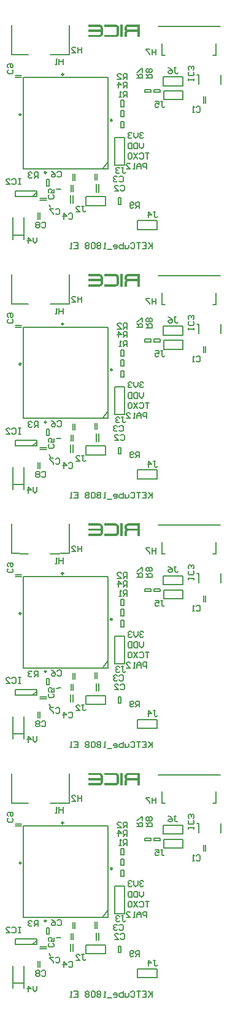
<source format=gbr>
G04*
G04 #@! TF.GenerationSoftware,Altium Limited,Altium Designer,18.1.7 (191)*
G04*
G04 Layer_Color=32896*
%FSLAX25Y25*%
%MOIN*%
G70*
G01*
G75*
%ADD16C,0.00787*%
%ADD17C,0.00800*%
%ADD51C,0.00591*%
%ADD85C,0.00984*%
%ADD86C,0.00500*%
G36*
X91100Y532252D02*
X89809D01*
Y537890D01*
X84712D01*
X84586Y537878D01*
X84482Y537867D01*
X84378Y537832D01*
X84297Y537786D01*
X84228Y537740D01*
X84171Y537694D01*
X84090Y537579D01*
X84032Y537452D01*
X84009Y537360D01*
X83997Y537279D01*
Y537267D01*
Y537256D01*
Y536898D01*
X84009Y536795D01*
X84032Y536714D01*
X84067Y536633D01*
X84113Y536564D01*
X84228Y536460D01*
X84355Y536391D01*
X84482Y536356D01*
X84597Y536333D01*
X84643Y536322D01*
X89417D01*
Y535054D01*
X84712D01*
X84609Y535042D01*
X84516Y535031D01*
X84424Y535007D01*
X84355Y534984D01*
X84297Y534950D01*
X84251Y534927D01*
X84228Y534915D01*
X84217Y534904D01*
X84147Y534846D01*
X84090Y534777D01*
X84055Y534708D01*
X84021Y534639D01*
X84009Y534569D01*
X83997Y534523D01*
Y534489D01*
Y534477D01*
Y532252D01*
X82695D01*
Y534477D01*
Y534604D01*
X82718Y534719D01*
X82775Y534950D01*
X82856Y535157D01*
X82948Y535330D01*
X83052Y535480D01*
X83133Y535596D01*
X83190Y535665D01*
X83202Y535676D01*
X83214Y535688D01*
X83121Y535791D01*
X83040Y535895D01*
X82914Y536103D01*
X82822Y536299D01*
X82764Y536495D01*
X82718Y536656D01*
X82706Y536783D01*
X82695Y536829D01*
Y536864D01*
Y536887D01*
Y536898D01*
Y537256D01*
X82706Y537406D01*
X82718Y537544D01*
X82787Y537809D01*
X82879Y538040D01*
X82983Y538236D01*
X83098Y538386D01*
X83190Y538501D01*
X83260Y538570D01*
X83271Y538593D01*
X83283D01*
X83398Y538686D01*
X83513Y538766D01*
X83755Y538905D01*
X83997Y538997D01*
X84217Y539054D01*
X84413Y539101D01*
X84493Y539112D01*
X84574D01*
X84632Y539124D01*
X91100D01*
Y532252D01*
D02*
G37*
G36*
X81761D02*
X80458D01*
Y539124D01*
X81761D01*
Y532252D01*
D02*
G37*
G36*
X77794Y539112D02*
X77933Y539101D01*
X78198Y539043D01*
X78429Y538951D01*
X78636Y538847D01*
X78809Y538743D01*
X78878Y538697D01*
X78936Y538662D01*
X78982Y538616D01*
X79017Y538593D01*
X79028Y538582D01*
X79040Y538570D01*
X79143Y538466D01*
X79236Y538363D01*
X79328Y538247D01*
X79397Y538144D01*
X79501Y537924D01*
X79570Y537717D01*
X79616Y537533D01*
X79628Y537463D01*
X79639Y537394D01*
X79651Y537336D01*
Y537302D01*
Y537279D01*
Y537267D01*
Y534097D01*
X79639Y533947D01*
X79628Y533808D01*
X79558Y533555D01*
X79466Y533324D01*
X79351Y533128D01*
X79247Y532978D01*
X79155Y532863D01*
X79086Y532794D01*
X79074Y532782D01*
X79063Y532771D01*
X78947Y532678D01*
X78832Y532598D01*
X78590Y532471D01*
X78359Y532379D01*
X78129Y532321D01*
X77933Y532275D01*
X77852Y532263D01*
X77783D01*
X77725Y532252D01*
X71591D01*
Y533497D01*
X77644D01*
X77771Y533508D01*
X77875Y533520D01*
X77967Y533555D01*
X78048Y533589D01*
X78117Y533635D01*
X78175Y533693D01*
X78256Y533808D01*
X78313Y533912D01*
X78336Y534016D01*
X78348Y534085D01*
Y534097D01*
Y534108D01*
Y537256D01*
X78336Y537348D01*
X78313Y537429D01*
X78279Y537509D01*
X78233Y537567D01*
X78198Y537625D01*
X78163Y537659D01*
X78140Y537682D01*
X78129Y537694D01*
X78048Y537763D01*
X77956Y537809D01*
X77875Y537844D01*
X77806Y537867D01*
X77737Y537878D01*
X77691Y537890D01*
X71591D01*
Y539124D01*
X77644D01*
X77794Y539112D01*
D02*
G37*
G36*
X69043D02*
X69182Y539101D01*
X69447Y539043D01*
X69677Y538951D01*
X69885Y538847D01*
X70058Y538743D01*
X70127Y538697D01*
X70185Y538662D01*
X70231Y538616D01*
X70265Y538593D01*
X70277Y538582D01*
X70288Y538570D01*
X70392Y538466D01*
X70484Y538363D01*
X70577Y538247D01*
X70646Y538144D01*
X70749Y537924D01*
X70819Y537717D01*
X70865Y537533D01*
X70876Y537463D01*
X70888Y537394D01*
X70899Y537336D01*
Y537302D01*
Y537279D01*
Y537267D01*
Y534097D01*
X70888Y533947D01*
X70876Y533808D01*
X70807Y533555D01*
X70715Y533324D01*
X70600Y533128D01*
X70496Y532978D01*
X70404Y532863D01*
X70335Y532794D01*
X70323Y532782D01*
X70311Y532771D01*
X70196Y532678D01*
X70081Y532598D01*
X69839Y532471D01*
X69608Y532379D01*
X69377Y532321D01*
X69182Y532275D01*
X69101Y532263D01*
X69032D01*
X68974Y532252D01*
X62840D01*
Y533497D01*
X68893D01*
X69020Y533508D01*
X69124Y533520D01*
X69216Y533555D01*
X69297Y533589D01*
X69366Y533635D01*
X69424Y533693D01*
X69504Y533808D01*
X69562Y533912D01*
X69585Y534016D01*
X69597Y534085D01*
Y534097D01*
Y534108D01*
Y535054D01*
X62840D01*
Y536322D01*
X69597D01*
Y537267D01*
X69585Y537360D01*
X69562Y537440D01*
X69481Y537567D01*
X69447Y537625D01*
X69412Y537659D01*
X69389Y537682D01*
X69377Y537694D01*
X69297Y537763D01*
X69204Y537809D01*
X69124Y537844D01*
X69055Y537867D01*
X68985Y537878D01*
X68939Y537890D01*
X62840D01*
Y539124D01*
X68893D01*
X69043Y539112D01*
D02*
G37*
G36*
X91100Y396838D02*
X89809D01*
Y402477D01*
X84712D01*
X84586Y402465D01*
X84482Y402454D01*
X84378Y402419D01*
X84297Y402373D01*
X84228Y402327D01*
X84171Y402281D01*
X84090Y402165D01*
X84032Y402038D01*
X84009Y401946D01*
X83997Y401865D01*
Y401854D01*
Y401842D01*
Y401485D01*
X84009Y401381D01*
X84032Y401300D01*
X84067Y401220D01*
X84113Y401151D01*
X84228Y401047D01*
X84355Y400978D01*
X84482Y400943D01*
X84597Y400920D01*
X84643Y400908D01*
X89417D01*
Y399640D01*
X84712D01*
X84609Y399629D01*
X84516Y399617D01*
X84424Y399594D01*
X84355Y399571D01*
X84297Y399536D01*
X84251Y399513D01*
X84228Y399502D01*
X84217Y399490D01*
X84147Y399433D01*
X84090Y399363D01*
X84055Y399294D01*
X84021Y399225D01*
X84009Y399156D01*
X83997Y399110D01*
Y399075D01*
Y399064D01*
Y396838D01*
X82695D01*
Y399064D01*
Y399190D01*
X82718Y399306D01*
X82775Y399536D01*
X82856Y399744D01*
X82948Y399917D01*
X83052Y400067D01*
X83133Y400182D01*
X83190Y400251D01*
X83202Y400263D01*
X83214Y400274D01*
X83121Y400378D01*
X83040Y400482D01*
X82914Y400689D01*
X82822Y400885D01*
X82764Y401081D01*
X82718Y401243D01*
X82706Y401370D01*
X82695Y401416D01*
Y401450D01*
Y401473D01*
Y401485D01*
Y401842D01*
X82706Y401992D01*
X82718Y402131D01*
X82787Y402396D01*
X82879Y402626D01*
X82983Y402822D01*
X83098Y402972D01*
X83190Y403088D01*
X83260Y403157D01*
X83271Y403180D01*
X83283D01*
X83398Y403272D01*
X83513Y403353D01*
X83755Y403491D01*
X83997Y403583D01*
X84217Y403641D01*
X84413Y403687D01*
X84493Y403699D01*
X84574D01*
X84632Y403710D01*
X91100D01*
Y396838D01*
D02*
G37*
G36*
X81761D02*
X80458D01*
Y403710D01*
X81761D01*
Y396838D01*
D02*
G37*
G36*
X77794Y403699D02*
X77933Y403687D01*
X78198Y403629D01*
X78429Y403537D01*
X78636Y403434D01*
X78809Y403330D01*
X78878Y403284D01*
X78936Y403249D01*
X78982Y403203D01*
X79017Y403180D01*
X79028Y403168D01*
X79040Y403157D01*
X79143Y403053D01*
X79236Y402949D01*
X79328Y402834D01*
X79397Y402730D01*
X79501Y402511D01*
X79570Y402304D01*
X79616Y402119D01*
X79628Y402050D01*
X79639Y401981D01*
X79651Y401923D01*
Y401889D01*
Y401865D01*
Y401854D01*
Y398683D01*
X79639Y398533D01*
X79628Y398395D01*
X79558Y398141D01*
X79466Y397911D01*
X79351Y397715D01*
X79247Y397565D01*
X79155Y397449D01*
X79086Y397380D01*
X79074Y397369D01*
X79063Y397357D01*
X78947Y397265D01*
X78832Y397184D01*
X78590Y397057D01*
X78359Y396965D01*
X78129Y396907D01*
X77933Y396861D01*
X77852Y396850D01*
X77783D01*
X77725Y396838D01*
X71591D01*
Y398084D01*
X77644D01*
X77771Y398095D01*
X77875Y398107D01*
X77967Y398141D01*
X78048Y398176D01*
X78117Y398222D01*
X78175Y398280D01*
X78256Y398395D01*
X78313Y398499D01*
X78336Y398602D01*
X78348Y398672D01*
Y398683D01*
Y398695D01*
Y401842D01*
X78336Y401935D01*
X78313Y402015D01*
X78279Y402096D01*
X78233Y402154D01*
X78198Y402211D01*
X78163Y402246D01*
X78140Y402269D01*
X78129Y402281D01*
X78048Y402350D01*
X77956Y402396D01*
X77875Y402430D01*
X77806Y402454D01*
X77737Y402465D01*
X77691Y402477D01*
X71591D01*
Y403710D01*
X77644D01*
X77794Y403699D01*
D02*
G37*
G36*
X69043D02*
X69182Y403687D01*
X69447Y403629D01*
X69677Y403537D01*
X69885Y403434D01*
X70058Y403330D01*
X70127Y403284D01*
X70185Y403249D01*
X70231Y403203D01*
X70265Y403180D01*
X70277Y403168D01*
X70288Y403157D01*
X70392Y403053D01*
X70484Y402949D01*
X70577Y402834D01*
X70646Y402730D01*
X70749Y402511D01*
X70819Y402304D01*
X70865Y402119D01*
X70876Y402050D01*
X70888Y401981D01*
X70899Y401923D01*
Y401889D01*
Y401865D01*
Y401854D01*
Y398683D01*
X70888Y398533D01*
X70876Y398395D01*
X70807Y398141D01*
X70715Y397911D01*
X70600Y397715D01*
X70496Y397565D01*
X70404Y397449D01*
X70335Y397380D01*
X70323Y397369D01*
X70311Y397357D01*
X70196Y397265D01*
X70081Y397184D01*
X69839Y397057D01*
X69608Y396965D01*
X69377Y396907D01*
X69182Y396861D01*
X69101Y396850D01*
X69032D01*
X68974Y396838D01*
X62840D01*
Y398084D01*
X68893D01*
X69020Y398095D01*
X69124Y398107D01*
X69216Y398141D01*
X69297Y398176D01*
X69366Y398222D01*
X69424Y398280D01*
X69504Y398395D01*
X69562Y398499D01*
X69585Y398602D01*
X69597Y398672D01*
Y398683D01*
Y398695D01*
Y399640D01*
X62840D01*
Y400908D01*
X69597D01*
Y401854D01*
X69585Y401946D01*
X69562Y402027D01*
X69481Y402154D01*
X69447Y402211D01*
X69412Y402246D01*
X69389Y402269D01*
X69377Y402281D01*
X69297Y402350D01*
X69204Y402396D01*
X69124Y402430D01*
X69055Y402454D01*
X68985Y402465D01*
X68939Y402477D01*
X62840D01*
Y403710D01*
X68893D01*
X69043Y403699D01*
D02*
G37*
G36*
X91100Y261425D02*
X89809D01*
Y267063D01*
X84712D01*
X84586Y267052D01*
X84482Y267040D01*
X84378Y267005D01*
X84297Y266959D01*
X84228Y266913D01*
X84171Y266867D01*
X84090Y266752D01*
X84032Y266625D01*
X84009Y266533D01*
X83997Y266452D01*
Y266441D01*
Y266429D01*
Y266072D01*
X84009Y265968D01*
X84032Y265887D01*
X84067Y265806D01*
X84113Y265737D01*
X84228Y265633D01*
X84355Y265564D01*
X84482Y265530D01*
X84597Y265507D01*
X84643Y265495D01*
X89417D01*
Y264227D01*
X84712D01*
X84609Y264215D01*
X84516Y264204D01*
X84424Y264181D01*
X84355Y264158D01*
X84297Y264123D01*
X84251Y264100D01*
X84228Y264088D01*
X84217Y264077D01*
X84147Y264019D01*
X84090Y263950D01*
X84055Y263881D01*
X84021Y263812D01*
X84009Y263742D01*
X83997Y263696D01*
Y263662D01*
Y263650D01*
Y261425D01*
X82695D01*
Y263650D01*
Y263777D01*
X82718Y263892D01*
X82775Y264123D01*
X82856Y264331D01*
X82948Y264504D01*
X83052Y264653D01*
X83133Y264769D01*
X83190Y264838D01*
X83202Y264849D01*
X83214Y264861D01*
X83121Y264965D01*
X83040Y265068D01*
X82914Y265276D01*
X82822Y265472D01*
X82764Y265668D01*
X82718Y265829D01*
X82706Y265956D01*
X82695Y266002D01*
Y266037D01*
Y266060D01*
Y266072D01*
Y266429D01*
X82706Y266579D01*
X82718Y266717D01*
X82787Y266982D01*
X82879Y267213D01*
X82983Y267409D01*
X83098Y267559D01*
X83190Y267674D01*
X83260Y267743D01*
X83271Y267766D01*
X83283D01*
X83398Y267859D01*
X83513Y267939D01*
X83755Y268078D01*
X83997Y268170D01*
X84217Y268228D01*
X84413Y268274D01*
X84493Y268285D01*
X84574D01*
X84632Y268297D01*
X91100D01*
Y261425D01*
D02*
G37*
G36*
X81761D02*
X80458D01*
Y268297D01*
X81761D01*
Y261425D01*
D02*
G37*
G36*
X77794Y268285D02*
X77933Y268274D01*
X78198Y268216D01*
X78429Y268124D01*
X78636Y268020D01*
X78809Y267916D01*
X78878Y267870D01*
X78936Y267836D01*
X78982Y267790D01*
X79017Y267766D01*
X79028Y267755D01*
X79040Y267743D01*
X79143Y267640D01*
X79236Y267536D01*
X79328Y267421D01*
X79397Y267317D01*
X79501Y267098D01*
X79570Y266890D01*
X79616Y266706D01*
X79628Y266636D01*
X79639Y266567D01*
X79651Y266510D01*
Y266475D01*
Y266452D01*
Y266441D01*
Y263270D01*
X79639Y263120D01*
X79628Y262982D01*
X79558Y262728D01*
X79466Y262497D01*
X79351Y262301D01*
X79247Y262151D01*
X79155Y262036D01*
X79086Y261967D01*
X79074Y261955D01*
X79063Y261944D01*
X78947Y261852D01*
X78832Y261771D01*
X78590Y261644D01*
X78359Y261552D01*
X78129Y261494D01*
X77933Y261448D01*
X77852Y261437D01*
X77783D01*
X77725Y261425D01*
X71591D01*
Y262670D01*
X77644D01*
X77771Y262682D01*
X77875Y262693D01*
X77967Y262728D01*
X78048Y262762D01*
X78117Y262809D01*
X78175Y262866D01*
X78256Y262982D01*
X78313Y263085D01*
X78336Y263189D01*
X78348Y263258D01*
Y263270D01*
Y263281D01*
Y266429D01*
X78336Y266521D01*
X78313Y266602D01*
X78279Y266683D01*
X78233Y266740D01*
X78198Y266798D01*
X78163Y266832D01*
X78140Y266856D01*
X78129Y266867D01*
X78048Y266936D01*
X77956Y266982D01*
X77875Y267017D01*
X77806Y267040D01*
X77737Y267052D01*
X77691Y267063D01*
X71591D01*
Y268297D01*
X77644D01*
X77794Y268285D01*
D02*
G37*
G36*
X69043D02*
X69182Y268274D01*
X69447Y268216D01*
X69677Y268124D01*
X69885Y268020D01*
X70058Y267916D01*
X70127Y267870D01*
X70185Y267836D01*
X70231Y267790D01*
X70265Y267766D01*
X70277Y267755D01*
X70288Y267743D01*
X70392Y267640D01*
X70484Y267536D01*
X70577Y267421D01*
X70646Y267317D01*
X70749Y267098D01*
X70819Y266890D01*
X70865Y266706D01*
X70876Y266636D01*
X70888Y266567D01*
X70899Y266510D01*
Y266475D01*
Y266452D01*
Y266441D01*
Y263270D01*
X70888Y263120D01*
X70876Y262982D01*
X70807Y262728D01*
X70715Y262497D01*
X70600Y262301D01*
X70496Y262151D01*
X70404Y262036D01*
X70335Y261967D01*
X70323Y261955D01*
X70311Y261944D01*
X70196Y261852D01*
X70081Y261771D01*
X69839Y261644D01*
X69608Y261552D01*
X69377Y261494D01*
X69182Y261448D01*
X69101Y261437D01*
X69032D01*
X68974Y261425D01*
X62840D01*
Y262670D01*
X68893D01*
X69020Y262682D01*
X69124Y262693D01*
X69216Y262728D01*
X69297Y262762D01*
X69366Y262809D01*
X69424Y262866D01*
X69504Y262982D01*
X69562Y263085D01*
X69585Y263189D01*
X69597Y263258D01*
Y263270D01*
Y263281D01*
Y264227D01*
X62840D01*
Y265495D01*
X69597D01*
Y266441D01*
X69585Y266533D01*
X69562Y266614D01*
X69481Y266740D01*
X69447Y266798D01*
X69412Y266832D01*
X69389Y266856D01*
X69377Y266867D01*
X69297Y266936D01*
X69204Y266982D01*
X69124Y267017D01*
X69055Y267040D01*
X68985Y267052D01*
X68939Y267063D01*
X62840D01*
Y268297D01*
X68893D01*
X69043Y268285D01*
D02*
G37*
G36*
X91100Y126012D02*
X89809D01*
Y131650D01*
X84712D01*
X84586Y131638D01*
X84482Y131627D01*
X84378Y131592D01*
X84297Y131546D01*
X84228Y131500D01*
X84171Y131454D01*
X84090Y131338D01*
X84032Y131212D01*
X84009Y131119D01*
X83997Y131039D01*
Y131027D01*
Y131016D01*
Y130658D01*
X84009Y130554D01*
X84032Y130474D01*
X84067Y130393D01*
X84113Y130324D01*
X84228Y130220D01*
X84355Y130151D01*
X84482Y130116D01*
X84597Y130093D01*
X84643Y130082D01*
X89417D01*
Y128813D01*
X84712D01*
X84609Y128802D01*
X84516Y128790D01*
X84424Y128767D01*
X84355Y128744D01*
X84297Y128710D01*
X84251Y128686D01*
X84228Y128675D01*
X84217Y128663D01*
X84147Y128606D01*
X84090Y128537D01*
X84055Y128467D01*
X84021Y128398D01*
X84009Y128329D01*
X83997Y128283D01*
Y128248D01*
Y128237D01*
Y126012D01*
X82695D01*
Y128237D01*
Y128364D01*
X82718Y128479D01*
X82775Y128710D01*
X82856Y128917D01*
X82948Y129090D01*
X83052Y129240D01*
X83133Y129355D01*
X83190Y129424D01*
X83202Y129436D01*
X83214Y129447D01*
X83121Y129551D01*
X83040Y129655D01*
X82914Y129863D01*
X82822Y130059D01*
X82764Y130255D01*
X82718Y130416D01*
X82706Y130543D01*
X82695Y130589D01*
Y130623D01*
Y130647D01*
Y130658D01*
Y131016D01*
X82706Y131166D01*
X82718Y131304D01*
X82787Y131569D01*
X82879Y131800D01*
X82983Y131996D01*
X83098Y132146D01*
X83190Y132261D01*
X83260Y132330D01*
X83271Y132353D01*
X83283D01*
X83398Y132445D01*
X83513Y132526D01*
X83755Y132664D01*
X83997Y132757D01*
X84217Y132814D01*
X84413Y132860D01*
X84493Y132872D01*
X84574D01*
X84632Y132883D01*
X91100D01*
Y126012D01*
D02*
G37*
G36*
X81761D02*
X80458D01*
Y132883D01*
X81761D01*
Y126012D01*
D02*
G37*
G36*
X77794Y132872D02*
X77933Y132860D01*
X78198Y132803D01*
X78429Y132711D01*
X78636Y132607D01*
X78809Y132503D01*
X78878Y132457D01*
X78936Y132422D01*
X78982Y132376D01*
X79017Y132353D01*
X79028Y132342D01*
X79040Y132330D01*
X79143Y132226D01*
X79236Y132122D01*
X79328Y132007D01*
X79397Y131903D01*
X79501Y131684D01*
X79570Y131477D01*
X79616Y131292D01*
X79628Y131223D01*
X79639Y131154D01*
X79651Y131096D01*
Y131062D01*
Y131039D01*
Y131027D01*
Y127856D01*
X79639Y127706D01*
X79628Y127568D01*
X79558Y127314D01*
X79466Y127084D01*
X79351Y126888D01*
X79247Y126738D01*
X79155Y126623D01*
X79086Y126553D01*
X79074Y126542D01*
X79063Y126530D01*
X78947Y126438D01*
X78832Y126357D01*
X78590Y126231D01*
X78359Y126138D01*
X78129Y126081D01*
X77933Y126035D01*
X77852Y126023D01*
X77783D01*
X77725Y126012D01*
X71591D01*
Y127257D01*
X77644D01*
X77771Y127268D01*
X77875Y127280D01*
X77967Y127314D01*
X78048Y127349D01*
X78117Y127395D01*
X78175Y127453D01*
X78256Y127568D01*
X78313Y127672D01*
X78336Y127776D01*
X78348Y127845D01*
Y127856D01*
Y127868D01*
Y131016D01*
X78336Y131108D01*
X78313Y131188D01*
X78279Y131269D01*
X78233Y131327D01*
X78198Y131385D01*
X78163Y131419D01*
X78140Y131442D01*
X78129Y131454D01*
X78048Y131523D01*
X77956Y131569D01*
X77875Y131604D01*
X77806Y131627D01*
X77737Y131638D01*
X77691Y131650D01*
X71591D01*
Y132883D01*
X77644D01*
X77794Y132872D01*
D02*
G37*
G36*
X69043D02*
X69182Y132860D01*
X69447Y132803D01*
X69677Y132711D01*
X69885Y132607D01*
X70058Y132503D01*
X70127Y132457D01*
X70185Y132422D01*
X70231Y132376D01*
X70265Y132353D01*
X70277Y132342D01*
X70288Y132330D01*
X70392Y132226D01*
X70484Y132122D01*
X70577Y132007D01*
X70646Y131903D01*
X70749Y131684D01*
X70819Y131477D01*
X70865Y131292D01*
X70876Y131223D01*
X70888Y131154D01*
X70899Y131096D01*
Y131062D01*
Y131039D01*
Y131027D01*
Y127856D01*
X70888Y127706D01*
X70876Y127568D01*
X70807Y127314D01*
X70715Y127084D01*
X70600Y126888D01*
X70496Y126738D01*
X70404Y126623D01*
X70335Y126553D01*
X70323Y126542D01*
X70311Y126530D01*
X70196Y126438D01*
X70081Y126357D01*
X69839Y126231D01*
X69608Y126138D01*
X69377Y126081D01*
X69182Y126035D01*
X69101Y126023D01*
X69032D01*
X68974Y126012D01*
X62840D01*
Y127257D01*
X68893D01*
X69020Y127268D01*
X69124Y127280D01*
X69216Y127314D01*
X69297Y127349D01*
X69366Y127395D01*
X69424Y127453D01*
X69504Y127568D01*
X69562Y127672D01*
X69585Y127776D01*
X69597Y127845D01*
Y127856D01*
Y127868D01*
Y128813D01*
X62840D01*
Y130082D01*
X69597D01*
Y131027D01*
X69585Y131119D01*
X69562Y131200D01*
X69481Y131327D01*
X69447Y131385D01*
X69412Y131419D01*
X69389Y131442D01*
X69377Y131454D01*
X69297Y131523D01*
X69204Y131569D01*
X69124Y131604D01*
X69055Y131627D01*
X68985Y131638D01*
X68939Y131650D01*
X62840D01*
Y132883D01*
X68893D01*
X69043Y132872D01*
D02*
G37*
D16*
X122000Y105500D02*
X123094Y105500D01*
X123094Y105500D01*
X134906Y100500D02*
Y105500D01*
X123094Y100500D02*
Y105500D01*
X52500Y116500D02*
Y132500D01*
X21300Y116500D02*
Y132500D01*
X41600Y34800D02*
X42300Y33700D01*
X45500Y43400D02*
X48100Y43500D01*
X42400Y116400D02*
X52500Y116500D01*
X21300D02*
X30400Y116400D01*
X92913Y68536D02*
Y66437D01*
X91863Y65387D01*
X90813Y66437D01*
Y68536D01*
X89764D02*
Y65387D01*
X88190D01*
X87665Y65912D01*
Y68011D01*
X88190Y68536D01*
X89764D01*
X86615D02*
Y65387D01*
X85041D01*
X84516Y65912D01*
Y68011D01*
X85041Y68536D01*
X86615D01*
X97600Y14349D02*
Y11200D01*
Y12250D01*
X95501Y14349D01*
X97075Y12774D01*
X95501Y11200D01*
X92352Y14349D02*
X94451D01*
Y11200D01*
X92352D01*
X94451Y12774D02*
X93402D01*
X91303Y14349D02*
X89204D01*
X90253D01*
Y11200D01*
X86055Y13824D02*
X86580Y14349D01*
X87629D01*
X88154Y13824D01*
Y11725D01*
X87629Y11200D01*
X86580D01*
X86055Y11725D01*
X85006Y13299D02*
Y11725D01*
X84481Y11200D01*
X82907D01*
Y13299D01*
X81857Y14349D02*
Y11200D01*
X80283D01*
X79758Y11725D01*
Y12250D01*
Y12774D01*
X80283Y13299D01*
X81857D01*
X77134Y11200D02*
X78184D01*
X78708Y11725D01*
Y12774D01*
X78184Y13299D01*
X77134D01*
X76609Y12774D01*
Y12250D01*
X78708D01*
X75560Y10675D02*
X73461D01*
X72411Y11200D02*
X71362D01*
X71886D01*
Y14349D01*
X72411Y13824D01*
X69788D02*
X69263Y14349D01*
X68213D01*
X67688Y13824D01*
Y13299D01*
X68213Y12774D01*
X67688Y12250D01*
Y11725D01*
X68213Y11200D01*
X69263D01*
X69788Y11725D01*
Y12250D01*
X69263Y12774D01*
X69788Y13299D01*
Y13824D01*
X69263Y12774D02*
X68213D01*
X66639Y13824D02*
X66114Y14349D01*
X65065D01*
X64540Y13824D01*
Y11725D01*
X65065Y11200D01*
X66114D01*
X66639Y11725D01*
Y13824D01*
X63490D02*
X62966Y14349D01*
X61916D01*
X61391Y13824D01*
Y13299D01*
X61916Y12774D01*
X61391Y12250D01*
Y11725D01*
X61916Y11200D01*
X62966D01*
X63490Y11725D01*
Y12250D01*
X62966Y12774D01*
X63490Y13299D01*
Y13824D01*
X62966Y12774D02*
X61916D01*
X55094Y14349D02*
X57193D01*
Y11200D01*
X55094D01*
X57193Y12774D02*
X56144D01*
X54045Y11200D02*
X52995D01*
X53520D01*
Y14349D01*
X54045Y13824D01*
X96062Y63049D02*
X93963D01*
X95013D01*
Y59900D01*
X90815Y62524D02*
X91339Y63049D01*
X92389D01*
X92914Y62524D01*
Y60425D01*
X92389Y59900D01*
X91339D01*
X90815Y60425D01*
X89765Y63049D02*
X87666Y59900D01*
Y63049D02*
X89765Y59900D01*
X85042Y63049D02*
X86092D01*
X86616Y62524D01*
Y60425D01*
X86092Y59900D01*
X85042D01*
X84517Y60425D01*
Y62524D01*
X85042Y63049D01*
X94700Y54400D02*
Y57549D01*
X93126D01*
X92601Y57024D01*
Y55974D01*
X93126Y55449D01*
X94700D01*
X91551Y54400D02*
Y56499D01*
X90502Y57549D01*
X89452Y56499D01*
Y54400D01*
Y55974D01*
X91551D01*
X88403Y54400D02*
X87353D01*
X87878D01*
Y57549D01*
X88403Y57024D01*
X83680Y54400D02*
X85779D01*
X83680Y56499D01*
Y57024D01*
X84205Y57549D01*
X85254D01*
X85779Y57024D01*
X93000Y73724D02*
X92475Y74249D01*
X91426D01*
X90901Y73724D01*
Y73199D01*
X91426Y72674D01*
X91951D01*
X91426D01*
X90901Y72149D01*
Y71625D01*
X91426Y71100D01*
X92475D01*
X93000Y71625D01*
X89851Y74249D02*
Y72149D01*
X88802Y71100D01*
X87752Y72149D01*
Y74249D01*
X86703Y73724D02*
X86178Y74249D01*
X85128D01*
X84604Y73724D01*
Y73199D01*
X85128Y72674D01*
X85653D01*
X85128D01*
X84604Y72149D01*
Y71625D01*
X85128Y71100D01*
X86178D01*
X86703Y71625D01*
X21624Y108299D02*
X22149Y107774D01*
Y106725D01*
X21624Y106200D01*
X19525D01*
X19000Y106725D01*
Y107774D01*
X19525Y108299D01*
Y109349D02*
X19000Y109873D01*
Y110923D01*
X19525Y111448D01*
X21624D01*
X22149Y110923D01*
Y109873D01*
X21624Y109349D01*
X21099D01*
X20574Y109873D01*
Y111448D01*
X35000Y17149D02*
Y15049D01*
X33950Y14000D01*
X32901Y15049D01*
Y17149D01*
X30277Y14000D02*
Y17149D01*
X31851Y15574D01*
X29752D01*
X90800Y33200D02*
Y36349D01*
X89226D01*
X88701Y35824D01*
Y34774D01*
X89226Y34249D01*
X90800D01*
X89750D02*
X88701Y33200D01*
X87651Y33725D02*
X87127Y33200D01*
X86077D01*
X85552Y33725D01*
Y35824D01*
X86077Y36349D01*
X87127D01*
X87651Y35824D01*
Y35299D01*
X87127Y34774D01*
X85552D01*
X121601Y87824D02*
X122126Y88349D01*
X123175D01*
X123700Y87824D01*
Y85725D01*
X123175Y85200D01*
X122126D01*
X121601Y85725D01*
X120551Y85200D02*
X119502D01*
X120027D01*
Y88349D01*
X120551Y87824D01*
X59473Y34298D02*
X60523D01*
X59998D01*
Y31674D01*
X60523Y31150D01*
X61048D01*
X61572Y31674D01*
X56325Y31150D02*
X58424D01*
X56325Y33249D01*
Y33773D01*
X56849Y34298D01*
X57899D01*
X58424Y33773D01*
X84000Y98419D02*
Y101567D01*
X82426D01*
X81901Y101043D01*
Y99993D01*
X82426Y99468D01*
X84000D01*
X82951D02*
X81901Y98419D01*
X79277D02*
Y101567D01*
X80851Y99993D01*
X78752D01*
X84000Y103000D02*
Y106149D01*
X82426D01*
X81901Y105624D01*
Y104574D01*
X82426Y104050D01*
X84000D01*
X82951D02*
X81901Y103000D01*
X78752D02*
X80851D01*
X78752Y105099D01*
Y105624D01*
X79277Y106149D01*
X80327D01*
X80851Y105624D01*
X84000Y93429D02*
Y96578D01*
X82426D01*
X81901Y96053D01*
Y95003D01*
X82426Y94479D01*
X84000D01*
X82951D02*
X81901Y93429D01*
X80851D02*
X79802D01*
X80327D01*
Y96578D01*
X80851Y96053D01*
X59300Y120649D02*
Y117500D01*
Y119074D01*
X57201D01*
Y120649D01*
Y117500D01*
X54052D02*
X56151D01*
X54052Y119599D01*
Y120124D01*
X54577Y120649D01*
X55627D01*
X56151Y120124D01*
X46101Y52624D02*
X46626Y53149D01*
X47675D01*
X48200Y52624D01*
Y50525D01*
X47675Y50000D01*
X46626D01*
X46101Y50525D01*
X42952Y53149D02*
X44002Y52624D01*
X45051Y51574D01*
Y50525D01*
X44527Y50000D01*
X43477D01*
X42952Y50525D01*
Y51050D01*
X43477Y51574D01*
X45051D01*
X43824Y40399D02*
X44349Y39874D01*
Y38825D01*
X43824Y38300D01*
X41725D01*
X41200Y38825D01*
Y39874D01*
X41725Y40399D01*
X44349Y43548D02*
Y41449D01*
X42774D01*
X43299Y42498D01*
Y43023D01*
X42774Y43548D01*
X41725D01*
X41200Y43023D01*
Y41973D01*
X41725Y41449D01*
X52301Y29924D02*
X52826Y30449D01*
X53875D01*
X54400Y29924D01*
Y27825D01*
X53875Y27300D01*
X52826D01*
X52301Y27825D01*
X49677Y27300D02*
Y30449D01*
X51251Y28874D01*
X49152D01*
X79801Y50024D02*
X80326Y50549D01*
X81375D01*
X81900Y50024D01*
Y47925D01*
X81375Y47400D01*
X80326D01*
X79801Y47925D01*
X78751Y50024D02*
X78227Y50549D01*
X77177D01*
X76652Y50024D01*
Y49499D01*
X77177Y48974D01*
X77702D01*
X77177D01*
X76652Y48450D01*
Y47925D01*
X77177Y47400D01*
X78227D01*
X78751Y47925D01*
X80401Y45124D02*
X80926Y45649D01*
X81975D01*
X82500Y45124D01*
Y43025D01*
X81975Y42500D01*
X80926D01*
X80401Y43025D01*
X77252Y42500D02*
X79351D01*
X77252Y44599D01*
Y45124D01*
X77777Y45649D01*
X78827D01*
X79351Y45124D01*
X45201Y32324D02*
X45726Y32849D01*
X46775D01*
X47300Y32324D01*
Y30225D01*
X46775Y29700D01*
X45726D01*
X45201Y30225D01*
X44151Y32849D02*
X42052D01*
Y32324D01*
X44151Y30225D01*
Y29700D01*
X37601Y25124D02*
X38126Y25649D01*
X39175D01*
X39700Y25124D01*
Y23025D01*
X39175Y22500D01*
X38126D01*
X37601Y23025D01*
X36551Y25124D02*
X36027Y25649D01*
X34977D01*
X34452Y25124D01*
Y24599D01*
X34977Y24074D01*
X34452Y23550D01*
Y23025D01*
X34977Y22500D01*
X36027D01*
X36551Y23025D01*
Y23550D01*
X36027Y24074D01*
X36551Y24599D01*
Y25124D01*
X36027Y24074D02*
X34977D01*
X26200Y49149D02*
X25150D01*
X25675D01*
Y46000D01*
X26200D01*
X25150D01*
X21477Y48624D02*
X22002Y49149D01*
X23051D01*
X23576Y48624D01*
Y46525D01*
X23051Y46000D01*
X22002D01*
X21477Y46525D01*
X18328Y46000D02*
X20428D01*
X18328Y48099D01*
Y48624D01*
X18853Y49149D01*
X19903D01*
X20428Y48624D01*
X35600Y49600D02*
Y52749D01*
X34026D01*
X33501Y52224D01*
Y51174D01*
X34026Y50649D01*
X35600D01*
X34550D02*
X33501Y49600D01*
X32451Y52224D02*
X31927Y52749D01*
X30877D01*
X30352Y52224D01*
Y51699D01*
X30877Y51174D01*
X31402D01*
X30877D01*
X30352Y50649D01*
Y50125D01*
X30877Y49600D01*
X31927D01*
X32451Y50125D01*
X81101Y55249D02*
X82151D01*
X81626D01*
Y52625D01*
X82151Y52100D01*
X82675D01*
X83200Y52625D01*
X80051Y54724D02*
X79527Y55249D01*
X78477D01*
X77952Y54724D01*
Y54199D01*
X78477Y53674D01*
X79002D01*
X78477D01*
X77952Y53149D01*
Y52625D01*
X78477Y52100D01*
X79527D01*
X80051Y52625D01*
X94387Y103687D02*
X97536D01*
Y105262D01*
X97011Y105787D01*
X95962D01*
X95437Y105262D01*
Y103687D01*
Y104737D02*
X94387Y105787D01*
X97011Y106836D02*
X97536Y107361D01*
Y108410D01*
X97011Y108935D01*
X96487D01*
X95962Y108410D01*
X95437Y108935D01*
X94912D01*
X94387Y108410D01*
Y107361D01*
X94912Y106836D01*
X95437D01*
X95962Y107361D01*
X96487Y106836D01*
X97011D01*
X95962Y107361D02*
Y108410D01*
X89292Y103787D02*
X92440D01*
Y105362D01*
X91916Y105886D01*
X90866D01*
X90341Y105362D01*
Y103787D01*
Y104837D02*
X89292Y105886D01*
X92440Y106936D02*
Y109035D01*
X91916D01*
X89817Y106936D01*
X89292D01*
X109601Y109449D02*
X110651D01*
X110126D01*
Y106825D01*
X110651Y106300D01*
X111175D01*
X111700Y106825D01*
X106452Y109449D02*
X107502Y108924D01*
X108551Y107874D01*
Y106825D01*
X108027Y106300D01*
X106977D01*
X106452Y106825D01*
Y107350D01*
X106977Y107874D01*
X108551D01*
X102389Y91086D02*
X103439D01*
X102914D01*
Y88462D01*
X103439Y87937D01*
X103963D01*
X104488Y88462D01*
X99240Y91086D02*
X101340D01*
Y89512D01*
X100290Y90036D01*
X99765D01*
X99240Y89512D01*
Y88462D01*
X99765Y87937D01*
X100815D01*
X101340Y88462D01*
X98401Y31149D02*
X99450D01*
X98926D01*
Y28525D01*
X99450Y28000D01*
X99975D01*
X100500Y28525D01*
X95777Y28000D02*
Y31149D01*
X97351Y29574D01*
X95252D01*
X120449Y102400D02*
Y103449D01*
Y102925D01*
X117300D01*
Y102400D01*
Y103449D01*
X119924Y107123D02*
X120449Y106598D01*
Y105549D01*
X119924Y105024D01*
X117825D01*
X117300Y105549D01*
Y106598D01*
X117825Y107123D01*
X119924Y108172D02*
X120449Y108697D01*
Y109747D01*
X119924Y110272D01*
X119399D01*
X118874Y109747D01*
Y109222D01*
Y109747D01*
X118350Y110272D01*
X117825D01*
X117300Y109747D01*
Y108697D01*
X117825Y108172D01*
X49200Y114249D02*
Y111100D01*
Y112674D01*
X47101D01*
Y114249D01*
Y111100D01*
X46051D02*
X45002D01*
X45527D01*
Y114249D01*
X46051Y113724D01*
X99600Y119549D02*
Y116400D01*
Y117974D01*
X97501D01*
Y119549D01*
Y116400D01*
X96451Y119549D02*
X94352D01*
Y119024D01*
X96451Y116925D01*
Y116400D01*
X122000Y240913D02*
X123094Y240913D01*
X123094Y240913D01*
X134906Y235913D02*
Y240913D01*
X123094Y235913D02*
Y240913D01*
X52500Y251913D02*
Y267913D01*
X21300Y251913D02*
Y267913D01*
X41600Y170213D02*
X42300Y169113D01*
X45500Y178813D02*
X48100Y178913D01*
X42400Y251813D02*
X52500Y251913D01*
X21300D02*
X30400Y251813D01*
X92913Y203949D02*
Y201850D01*
X91863Y200801D01*
X90813Y201850D01*
Y203949D01*
X89764D02*
Y200801D01*
X88190D01*
X87665Y201326D01*
Y203425D01*
X88190Y203949D01*
X89764D01*
X86615D02*
Y200801D01*
X85041D01*
X84516Y201326D01*
Y203425D01*
X85041Y203949D01*
X86615D01*
X97600Y149762D02*
Y146613D01*
Y147663D01*
X95501Y149762D01*
X97075Y148188D01*
X95501Y146613D01*
X92352Y149762D02*
X94451D01*
Y146613D01*
X92352D01*
X94451Y148188D02*
X93402D01*
X91303Y149762D02*
X89204D01*
X90253D01*
Y146613D01*
X86055Y149237D02*
X86580Y149762D01*
X87629D01*
X88154Y149237D01*
Y147138D01*
X87629Y146613D01*
X86580D01*
X86055Y147138D01*
X85006Y148713D02*
Y147138D01*
X84481Y146613D01*
X82907D01*
Y148713D01*
X81857Y149762D02*
Y146613D01*
X80283D01*
X79758Y147138D01*
Y147663D01*
Y148188D01*
X80283Y148713D01*
X81857D01*
X77134Y146613D02*
X78184D01*
X78708Y147138D01*
Y148188D01*
X78184Y148713D01*
X77134D01*
X76609Y148188D01*
Y147663D01*
X78708D01*
X75560Y146089D02*
X73461D01*
X72411Y146613D02*
X71362D01*
X71886D01*
Y149762D01*
X72411Y149237D01*
X69788D02*
X69263Y149762D01*
X68213D01*
X67688Y149237D01*
Y148713D01*
X68213Y148188D01*
X67688Y147663D01*
Y147138D01*
X68213Y146613D01*
X69263D01*
X69788Y147138D01*
Y147663D01*
X69263Y148188D01*
X69788Y148713D01*
Y149237D01*
X69263Y148188D02*
X68213D01*
X66639Y149237D02*
X66114Y149762D01*
X65065D01*
X64540Y149237D01*
Y147138D01*
X65065Y146613D01*
X66114D01*
X66639Y147138D01*
Y149237D01*
X63490D02*
X62966Y149762D01*
X61916D01*
X61391Y149237D01*
Y148713D01*
X61916Y148188D01*
X61391Y147663D01*
Y147138D01*
X61916Y146613D01*
X62966D01*
X63490Y147138D01*
Y147663D01*
X62966Y148188D01*
X63490Y148713D01*
Y149237D01*
X62966Y148188D02*
X61916D01*
X55094Y149762D02*
X57193D01*
Y146613D01*
X55094D01*
X57193Y148188D02*
X56144D01*
X54045Y146613D02*
X52995D01*
X53520D01*
Y149762D01*
X54045Y149237D01*
X96062Y198462D02*
X93963D01*
X95013D01*
Y195313D01*
X90815Y197937D02*
X91339Y198462D01*
X92389D01*
X92914Y197937D01*
Y195838D01*
X92389Y195313D01*
X91339D01*
X90815Y195838D01*
X89765Y198462D02*
X87666Y195313D01*
Y198462D02*
X89765Y195313D01*
X85042Y198462D02*
X86092D01*
X86616Y197937D01*
Y195838D01*
X86092Y195313D01*
X85042D01*
X84517Y195838D01*
Y197937D01*
X85042Y198462D01*
X94700Y189813D02*
Y192962D01*
X93126D01*
X92601Y192437D01*
Y191388D01*
X93126Y190863D01*
X94700D01*
X91551Y189813D02*
Y191912D01*
X90502Y192962D01*
X89452Y191912D01*
Y189813D01*
Y191388D01*
X91551D01*
X88403Y189813D02*
X87353D01*
X87878D01*
Y192962D01*
X88403Y192437D01*
X83680Y189813D02*
X85779D01*
X83680Y191912D01*
Y192437D01*
X84205Y192962D01*
X85254D01*
X85779Y192437D01*
X93000Y209137D02*
X92475Y209662D01*
X91426D01*
X90901Y209137D01*
Y208612D01*
X91426Y208088D01*
X91951D01*
X91426D01*
X90901Y207563D01*
Y207038D01*
X91426Y206513D01*
X92475D01*
X93000Y207038D01*
X89851Y209662D02*
Y207563D01*
X88802Y206513D01*
X87752Y207563D01*
Y209662D01*
X86703Y209137D02*
X86178Y209662D01*
X85128D01*
X84604Y209137D01*
Y208612D01*
X85128Y208088D01*
X85653D01*
X85128D01*
X84604Y207563D01*
Y207038D01*
X85128Y206513D01*
X86178D01*
X86703Y207038D01*
X21624Y243712D02*
X22149Y243188D01*
Y242138D01*
X21624Y241613D01*
X19525D01*
X19000Y242138D01*
Y243188D01*
X19525Y243712D01*
Y244762D02*
X19000Y245287D01*
Y246336D01*
X19525Y246861D01*
X21624D01*
X22149Y246336D01*
Y245287D01*
X21624Y244762D01*
X21099D01*
X20574Y245287D01*
Y246861D01*
X35000Y152562D02*
Y150463D01*
X33950Y149413D01*
X32901Y150463D01*
Y152562D01*
X30277Y149413D02*
Y152562D01*
X31851Y150988D01*
X29752D01*
X90800Y168613D02*
Y171762D01*
X89226D01*
X88701Y171237D01*
Y170188D01*
X89226Y169663D01*
X90800D01*
X89750D02*
X88701Y168613D01*
X87651Y169138D02*
X87127Y168613D01*
X86077D01*
X85552Y169138D01*
Y171237D01*
X86077Y171762D01*
X87127D01*
X87651Y171237D01*
Y170712D01*
X87127Y170188D01*
X85552D01*
X121601Y223237D02*
X122126Y223762D01*
X123175D01*
X123700Y223237D01*
Y221138D01*
X123175Y220613D01*
X122126D01*
X121601Y221138D01*
X120551Y220613D02*
X119502D01*
X120027D01*
Y223762D01*
X120551Y223237D01*
X59473Y169712D02*
X60523D01*
X59998D01*
Y167088D01*
X60523Y166563D01*
X61048D01*
X61572Y167088D01*
X56325Y166563D02*
X58424D01*
X56325Y168662D01*
Y169187D01*
X56849Y169712D01*
X57899D01*
X58424Y169187D01*
X84000Y233832D02*
Y236981D01*
X82426D01*
X81901Y236456D01*
Y235407D01*
X82426Y234882D01*
X84000D01*
X82951D02*
X81901Y233832D01*
X79277D02*
Y236981D01*
X80851Y235407D01*
X78752D01*
X84000Y238413D02*
Y241562D01*
X82426D01*
X81901Y241037D01*
Y239988D01*
X82426Y239463D01*
X84000D01*
X82951D02*
X81901Y238413D01*
X78752D02*
X80851D01*
X78752Y240512D01*
Y241037D01*
X79277Y241562D01*
X80327D01*
X80851Y241037D01*
X84000Y228842D02*
Y231991D01*
X82426D01*
X81901Y231466D01*
Y230417D01*
X82426Y229892D01*
X84000D01*
X82951D02*
X81901Y228842D01*
X80851D02*
X79802D01*
X80327D01*
Y231991D01*
X80851Y231466D01*
X59300Y256062D02*
Y252913D01*
Y254488D01*
X57201D01*
Y256062D01*
Y252913D01*
X54052D02*
X56151D01*
X54052Y255012D01*
Y255537D01*
X54577Y256062D01*
X55627D01*
X56151Y255537D01*
X46101Y188037D02*
X46626Y188562D01*
X47675D01*
X48200Y188037D01*
Y185938D01*
X47675Y185413D01*
X46626D01*
X46101Y185938D01*
X42952Y188562D02*
X44002Y188037D01*
X45051Y186988D01*
Y185938D01*
X44527Y185413D01*
X43477D01*
X42952Y185938D01*
Y186463D01*
X43477Y186988D01*
X45051D01*
X43824Y175812D02*
X44349Y175288D01*
Y174238D01*
X43824Y173713D01*
X41725D01*
X41200Y174238D01*
Y175288D01*
X41725Y175812D01*
X44349Y178961D02*
Y176862D01*
X42774D01*
X43299Y177911D01*
Y178436D01*
X42774Y178961D01*
X41725D01*
X41200Y178436D01*
Y177387D01*
X41725Y176862D01*
X52301Y165337D02*
X52826Y165862D01*
X53875D01*
X54400Y165337D01*
Y163238D01*
X53875Y162713D01*
X52826D01*
X52301Y163238D01*
X49677Y162713D02*
Y165862D01*
X51251Y164288D01*
X49152D01*
X79801Y185437D02*
X80326Y185962D01*
X81375D01*
X81900Y185437D01*
Y183338D01*
X81375Y182813D01*
X80326D01*
X79801Y183338D01*
X78751Y185437D02*
X78227Y185962D01*
X77177D01*
X76652Y185437D01*
Y184913D01*
X77177Y184388D01*
X77702D01*
X77177D01*
X76652Y183863D01*
Y183338D01*
X77177Y182813D01*
X78227D01*
X78751Y183338D01*
X80401Y180537D02*
X80926Y181062D01*
X81975D01*
X82500Y180537D01*
Y178438D01*
X81975Y177913D01*
X80926D01*
X80401Y178438D01*
X77252Y177913D02*
X79351D01*
X77252Y180013D01*
Y180537D01*
X77777Y181062D01*
X78827D01*
X79351Y180537D01*
X45201Y167737D02*
X45726Y168262D01*
X46775D01*
X47300Y167737D01*
Y165638D01*
X46775Y165113D01*
X45726D01*
X45201Y165638D01*
X44151Y168262D02*
X42052D01*
Y167737D01*
X44151Y165638D01*
Y165113D01*
X37601Y160537D02*
X38126Y161062D01*
X39175D01*
X39700Y160537D01*
Y158438D01*
X39175Y157913D01*
X38126D01*
X37601Y158438D01*
X36551Y160537D02*
X36027Y161062D01*
X34977D01*
X34452Y160537D01*
Y160012D01*
X34977Y159488D01*
X34452Y158963D01*
Y158438D01*
X34977Y157913D01*
X36027D01*
X36551Y158438D01*
Y158963D01*
X36027Y159488D01*
X36551Y160012D01*
Y160537D01*
X36027Y159488D02*
X34977D01*
X26200Y184562D02*
X25150D01*
X25675D01*
Y181413D01*
X26200D01*
X25150D01*
X21477Y184037D02*
X22002Y184562D01*
X23051D01*
X23576Y184037D01*
Y181938D01*
X23051Y181413D01*
X22002D01*
X21477Y181938D01*
X18328Y181413D02*
X20428D01*
X18328Y183512D01*
Y184037D01*
X18853Y184562D01*
X19903D01*
X20428Y184037D01*
X35600Y185013D02*
Y188162D01*
X34026D01*
X33501Y187637D01*
Y186588D01*
X34026Y186063D01*
X35600D01*
X34550D02*
X33501Y185013D01*
X32451Y187637D02*
X31927Y188162D01*
X30877D01*
X30352Y187637D01*
Y187112D01*
X30877Y186588D01*
X31402D01*
X30877D01*
X30352Y186063D01*
Y185538D01*
X30877Y185013D01*
X31927D01*
X32451Y185538D01*
X81101Y190662D02*
X82151D01*
X81626D01*
Y188038D01*
X82151Y187513D01*
X82675D01*
X83200Y188038D01*
X80051Y190137D02*
X79527Y190662D01*
X78477D01*
X77952Y190137D01*
Y189612D01*
X78477Y189088D01*
X79002D01*
X78477D01*
X77952Y188563D01*
Y188038D01*
X78477Y187513D01*
X79527D01*
X80051Y188038D01*
X94387Y239101D02*
X97536D01*
Y240675D01*
X97011Y241200D01*
X95962D01*
X95437Y240675D01*
Y239101D01*
Y240150D02*
X94387Y241200D01*
X97011Y242249D02*
X97536Y242774D01*
Y243824D01*
X97011Y244349D01*
X96487D01*
X95962Y243824D01*
X95437Y244349D01*
X94912D01*
X94387Y243824D01*
Y242774D01*
X94912Y242249D01*
X95437D01*
X95962Y242774D01*
X96487Y242249D01*
X97011D01*
X95962Y242774D02*
Y243824D01*
X89292Y239201D02*
X92440D01*
Y240775D01*
X91916Y241300D01*
X90866D01*
X90341Y240775D01*
Y239201D01*
Y240250D02*
X89292Y241300D01*
X92440Y242349D02*
Y244448D01*
X91916D01*
X89817Y242349D01*
X89292D01*
X109601Y244862D02*
X110651D01*
X110126D01*
Y242238D01*
X110651Y241713D01*
X111175D01*
X111700Y242238D01*
X106452Y244862D02*
X107502Y244337D01*
X108551Y243288D01*
Y242238D01*
X108027Y241713D01*
X106977D01*
X106452Y242238D01*
Y242763D01*
X106977Y243288D01*
X108551D01*
X102389Y226499D02*
X103439D01*
X102914D01*
Y223876D01*
X103439Y223351D01*
X103963D01*
X104488Y223876D01*
X99240Y226499D02*
X101340D01*
Y224925D01*
X100290Y225450D01*
X99765D01*
X99240Y224925D01*
Y223876D01*
X99765Y223351D01*
X100815D01*
X101340Y223876D01*
X98401Y166562D02*
X99450D01*
X98926D01*
Y163938D01*
X99450Y163413D01*
X99975D01*
X100500Y163938D01*
X95777Y163413D02*
Y166562D01*
X97351Y164988D01*
X95252D01*
X120449Y237813D02*
Y238863D01*
Y238338D01*
X117300D01*
Y237813D01*
Y238863D01*
X119924Y242536D02*
X120449Y242011D01*
Y240962D01*
X119924Y240437D01*
X117825D01*
X117300Y240962D01*
Y242011D01*
X117825Y242536D01*
X119924Y243586D02*
X120449Y244111D01*
Y245160D01*
X119924Y245685D01*
X119399D01*
X118874Y245160D01*
Y244635D01*
Y245160D01*
X118350Y245685D01*
X117825D01*
X117300Y245160D01*
Y244111D01*
X117825Y243586D01*
X49200Y249662D02*
Y246513D01*
Y248088D01*
X47101D01*
Y249662D01*
Y246513D01*
X46051D02*
X45002D01*
X45527D01*
Y249662D01*
X46051Y249137D01*
X99600Y254962D02*
Y251813D01*
Y253388D01*
X97501D01*
Y254962D01*
Y251813D01*
X96451Y254962D02*
X94352D01*
Y254437D01*
X96451Y252338D01*
Y251813D01*
X122000Y376327D02*
X123094Y376327D01*
X123094Y376327D01*
X134906Y371327D02*
Y376327D01*
X123094Y371327D02*
Y376327D01*
X52500Y387327D02*
Y403327D01*
X21300Y387327D02*
Y403327D01*
X41600Y305627D02*
X42300Y304527D01*
X45500Y314227D02*
X48100Y314327D01*
X42400Y387227D02*
X52500Y387327D01*
X21300D02*
X30400Y387227D01*
X92913Y339363D02*
Y337264D01*
X91863Y336214D01*
X90813Y337264D01*
Y339363D01*
X89764D02*
Y336214D01*
X88190D01*
X87665Y336739D01*
Y338838D01*
X88190Y339363D01*
X89764D01*
X86615D02*
Y336214D01*
X85041D01*
X84516Y336739D01*
Y338838D01*
X85041Y339363D01*
X86615D01*
X97600Y285175D02*
Y282027D01*
Y283076D01*
X95501Y285175D01*
X97075Y283601D01*
X95501Y282027D01*
X92352Y285175D02*
X94451D01*
Y282027D01*
X92352D01*
X94451Y283601D02*
X93402D01*
X91303Y285175D02*
X89204D01*
X90253D01*
Y282027D01*
X86055Y284651D02*
X86580Y285175D01*
X87629D01*
X88154Y284651D01*
Y282552D01*
X87629Y282027D01*
X86580D01*
X86055Y282552D01*
X85006Y284126D02*
Y282552D01*
X84481Y282027D01*
X82907D01*
Y284126D01*
X81857Y285175D02*
Y282027D01*
X80283D01*
X79758Y282552D01*
Y283076D01*
Y283601D01*
X80283Y284126D01*
X81857D01*
X77134Y282027D02*
X78184D01*
X78708Y282552D01*
Y283601D01*
X78184Y284126D01*
X77134D01*
X76609Y283601D01*
Y283076D01*
X78708D01*
X75560Y281502D02*
X73461D01*
X72411Y282027D02*
X71362D01*
X71886D01*
Y285175D01*
X72411Y284651D01*
X69788D02*
X69263Y285175D01*
X68213D01*
X67688Y284651D01*
Y284126D01*
X68213Y283601D01*
X67688Y283076D01*
Y282552D01*
X68213Y282027D01*
X69263D01*
X69788Y282552D01*
Y283076D01*
X69263Y283601D01*
X69788Y284126D01*
Y284651D01*
X69263Y283601D02*
X68213D01*
X66639Y284651D02*
X66114Y285175D01*
X65065D01*
X64540Y284651D01*
Y282552D01*
X65065Y282027D01*
X66114D01*
X66639Y282552D01*
Y284651D01*
X63490D02*
X62966Y285175D01*
X61916D01*
X61391Y284651D01*
Y284126D01*
X61916Y283601D01*
X61391Y283076D01*
Y282552D01*
X61916Y282027D01*
X62966D01*
X63490Y282552D01*
Y283076D01*
X62966Y283601D01*
X63490Y284126D01*
Y284651D01*
X62966Y283601D02*
X61916D01*
X55094Y285175D02*
X57193D01*
Y282027D01*
X55094D01*
X57193Y283601D02*
X56144D01*
X54045Y282027D02*
X52995D01*
X53520D01*
Y285175D01*
X54045Y284651D01*
X96062Y333875D02*
X93963D01*
X95013D01*
Y330727D01*
X90815Y333351D02*
X91339Y333875D01*
X92389D01*
X92914Y333351D01*
Y331252D01*
X92389Y330727D01*
X91339D01*
X90815Y331252D01*
X89765Y333875D02*
X87666Y330727D01*
Y333875D02*
X89765Y330727D01*
X85042Y333875D02*
X86092D01*
X86616Y333351D01*
Y331252D01*
X86092Y330727D01*
X85042D01*
X84517Y331252D01*
Y333351D01*
X85042Y333875D01*
X94700Y325227D02*
Y328375D01*
X93126D01*
X92601Y327851D01*
Y326801D01*
X93126Y326276D01*
X94700D01*
X91551Y325227D02*
Y327326D01*
X90502Y328375D01*
X89452Y327326D01*
Y325227D01*
Y326801D01*
X91551D01*
X88403Y325227D02*
X87353D01*
X87878D01*
Y328375D01*
X88403Y327851D01*
X83680Y325227D02*
X85779D01*
X83680Y327326D01*
Y327851D01*
X84205Y328375D01*
X85254D01*
X85779Y327851D01*
X93000Y344551D02*
X92475Y345075D01*
X91426D01*
X90901Y344551D01*
Y344026D01*
X91426Y343501D01*
X91951D01*
X91426D01*
X90901Y342976D01*
Y342452D01*
X91426Y341927D01*
X92475D01*
X93000Y342452D01*
X89851Y345075D02*
Y342976D01*
X88802Y341927D01*
X87752Y342976D01*
Y345075D01*
X86703Y344551D02*
X86178Y345075D01*
X85128D01*
X84604Y344551D01*
Y344026D01*
X85128Y343501D01*
X85653D01*
X85128D01*
X84604Y342976D01*
Y342452D01*
X85128Y341927D01*
X86178D01*
X86703Y342452D01*
X21624Y379126D02*
X22149Y378601D01*
Y377552D01*
X21624Y377027D01*
X19525D01*
X19000Y377552D01*
Y378601D01*
X19525Y379126D01*
Y380175D02*
X19000Y380700D01*
Y381750D01*
X19525Y382275D01*
X21624D01*
X22149Y381750D01*
Y380700D01*
X21624Y380175D01*
X21099D01*
X20574Y380700D01*
Y382275D01*
X35000Y287975D02*
Y285876D01*
X33950Y284827D01*
X32901Y285876D01*
Y287975D01*
X30277Y284827D02*
Y287975D01*
X31851Y286401D01*
X29752D01*
X90800Y304027D02*
Y307175D01*
X89226D01*
X88701Y306651D01*
Y305601D01*
X89226Y305076D01*
X90800D01*
X89750D02*
X88701Y304027D01*
X87651Y304552D02*
X87127Y304027D01*
X86077D01*
X85552Y304552D01*
Y306651D01*
X86077Y307175D01*
X87127D01*
X87651Y306651D01*
Y306126D01*
X87127Y305601D01*
X85552D01*
X121601Y358651D02*
X122126Y359175D01*
X123175D01*
X123700Y358651D01*
Y356552D01*
X123175Y356027D01*
X122126D01*
X121601Y356552D01*
X120551Y356027D02*
X119502D01*
X120027D01*
Y359175D01*
X120551Y358651D01*
X59473Y305125D02*
X60523D01*
X59998D01*
Y302501D01*
X60523Y301976D01*
X61048D01*
X61572Y302501D01*
X56325Y301976D02*
X58424D01*
X56325Y304076D01*
Y304600D01*
X56849Y305125D01*
X57899D01*
X58424Y304600D01*
X84000Y369246D02*
Y372394D01*
X82426D01*
X81901Y371870D01*
Y370820D01*
X82426Y370295D01*
X84000D01*
X82951D02*
X81901Y369246D01*
X79277D02*
Y372394D01*
X80851Y370820D01*
X78752D01*
X84000Y373827D02*
Y376975D01*
X82426D01*
X81901Y376451D01*
Y375401D01*
X82426Y374876D01*
X84000D01*
X82951D02*
X81901Y373827D01*
X78752D02*
X80851D01*
X78752Y375926D01*
Y376451D01*
X79277Y376975D01*
X80327D01*
X80851Y376451D01*
X84000Y364256D02*
Y367405D01*
X82426D01*
X81901Y366880D01*
Y365830D01*
X82426Y365305D01*
X84000D01*
X82951D02*
X81901Y364256D01*
X80851D02*
X79802D01*
X80327D01*
Y367405D01*
X80851Y366880D01*
X59300Y391475D02*
Y388327D01*
Y389901D01*
X57201D01*
Y391475D01*
Y388327D01*
X54052D02*
X56151D01*
X54052Y390426D01*
Y390951D01*
X54577Y391475D01*
X55627D01*
X56151Y390951D01*
X46101Y323451D02*
X46626Y323975D01*
X47675D01*
X48200Y323451D01*
Y321352D01*
X47675Y320827D01*
X46626D01*
X46101Y321352D01*
X42952Y323975D02*
X44002Y323451D01*
X45051Y322401D01*
Y321352D01*
X44527Y320827D01*
X43477D01*
X42952Y321352D01*
Y321876D01*
X43477Y322401D01*
X45051D01*
X43824Y311226D02*
X44349Y310701D01*
Y309652D01*
X43824Y309127D01*
X41725D01*
X41200Y309652D01*
Y310701D01*
X41725Y311226D01*
X44349Y314374D02*
Y312275D01*
X42774D01*
X43299Y313325D01*
Y313850D01*
X42774Y314374D01*
X41725D01*
X41200Y313850D01*
Y312800D01*
X41725Y312275D01*
X52301Y300751D02*
X52826Y301275D01*
X53875D01*
X54400Y300751D01*
Y298652D01*
X53875Y298127D01*
X52826D01*
X52301Y298652D01*
X49677Y298127D02*
Y301275D01*
X51251Y299701D01*
X49152D01*
X79801Y320851D02*
X80326Y321375D01*
X81375D01*
X81900Y320851D01*
Y318752D01*
X81375Y318227D01*
X80326D01*
X79801Y318752D01*
X78751Y320851D02*
X78227Y321375D01*
X77177D01*
X76652Y320851D01*
Y320326D01*
X77177Y319801D01*
X77702D01*
X77177D01*
X76652Y319276D01*
Y318752D01*
X77177Y318227D01*
X78227D01*
X78751Y318752D01*
X80401Y315951D02*
X80926Y316475D01*
X81975D01*
X82500Y315951D01*
Y313852D01*
X81975Y313327D01*
X80926D01*
X80401Y313852D01*
X77252Y313327D02*
X79351D01*
X77252Y315426D01*
Y315951D01*
X77777Y316475D01*
X78827D01*
X79351Y315951D01*
X45201Y303151D02*
X45726Y303675D01*
X46775D01*
X47300Y303151D01*
Y301052D01*
X46775Y300527D01*
X45726D01*
X45201Y301052D01*
X44151Y303675D02*
X42052D01*
Y303151D01*
X44151Y301052D01*
Y300527D01*
X37601Y295951D02*
X38126Y296475D01*
X39175D01*
X39700Y295951D01*
Y293852D01*
X39175Y293327D01*
X38126D01*
X37601Y293852D01*
X36551Y295951D02*
X36027Y296475D01*
X34977D01*
X34452Y295951D01*
Y295426D01*
X34977Y294901D01*
X34452Y294376D01*
Y293852D01*
X34977Y293327D01*
X36027D01*
X36551Y293852D01*
Y294376D01*
X36027Y294901D01*
X36551Y295426D01*
Y295951D01*
X36027Y294901D02*
X34977D01*
X26200Y319975D02*
X25150D01*
X25675D01*
Y316827D01*
X26200D01*
X25150D01*
X21477Y319451D02*
X22002Y319975D01*
X23051D01*
X23576Y319451D01*
Y317352D01*
X23051Y316827D01*
X22002D01*
X21477Y317352D01*
X18328Y316827D02*
X20428D01*
X18328Y318926D01*
Y319451D01*
X18853Y319975D01*
X19903D01*
X20428Y319451D01*
X35600Y320427D02*
Y323575D01*
X34026D01*
X33501Y323051D01*
Y322001D01*
X34026Y321476D01*
X35600D01*
X34550D02*
X33501Y320427D01*
X32451Y323051D02*
X31927Y323575D01*
X30877D01*
X30352Y323051D01*
Y322526D01*
X30877Y322001D01*
X31402D01*
X30877D01*
X30352Y321476D01*
Y320952D01*
X30877Y320427D01*
X31927D01*
X32451Y320952D01*
X81101Y326075D02*
X82151D01*
X81626D01*
Y323452D01*
X82151Y322927D01*
X82675D01*
X83200Y323452D01*
X80051Y325551D02*
X79527Y326075D01*
X78477D01*
X77952Y325551D01*
Y325026D01*
X78477Y324501D01*
X79002D01*
X78477D01*
X77952Y323976D01*
Y323452D01*
X78477Y322927D01*
X79527D01*
X80051Y323452D01*
X94387Y374514D02*
X97536D01*
Y376089D01*
X97011Y376613D01*
X95962D01*
X95437Y376089D01*
Y374514D01*
Y375564D02*
X94387Y376613D01*
X97011Y377663D02*
X97536Y378188D01*
Y379237D01*
X97011Y379762D01*
X96487D01*
X95962Y379237D01*
X95437Y379762D01*
X94912D01*
X94387Y379237D01*
Y378188D01*
X94912Y377663D01*
X95437D01*
X95962Y378188D01*
X96487Y377663D01*
X97011D01*
X95962Y378188D02*
Y379237D01*
X89292Y374614D02*
X92440D01*
Y376188D01*
X91916Y376713D01*
X90866D01*
X90341Y376188D01*
Y374614D01*
Y375664D02*
X89292Y376713D01*
X92440Y377763D02*
Y379862D01*
X91916D01*
X89817Y377763D01*
X89292D01*
X109601Y380275D02*
X110651D01*
X110126D01*
Y377652D01*
X110651Y377127D01*
X111175D01*
X111700Y377652D01*
X106452Y380275D02*
X107502Y379751D01*
X108551Y378701D01*
Y377652D01*
X108027Y377127D01*
X106977D01*
X106452Y377652D01*
Y378176D01*
X106977Y378701D01*
X108551D01*
X102389Y361913D02*
X103439D01*
X102914D01*
Y359289D01*
X103439Y358764D01*
X103963D01*
X104488Y359289D01*
X99240Y361913D02*
X101340D01*
Y360338D01*
X100290Y360863D01*
X99765D01*
X99240Y360338D01*
Y359289D01*
X99765Y358764D01*
X100815D01*
X101340Y359289D01*
X98401Y301975D02*
X99450D01*
X98926D01*
Y299352D01*
X99450Y298827D01*
X99975D01*
X100500Y299352D01*
X95777Y298827D02*
Y301975D01*
X97351Y300401D01*
X95252D01*
X120449Y373227D02*
Y374276D01*
Y373752D01*
X117300D01*
Y373227D01*
Y374276D01*
X119924Y377950D02*
X120449Y377425D01*
Y376375D01*
X119924Y375851D01*
X117825D01*
X117300Y376375D01*
Y377425D01*
X117825Y377950D01*
X119924Y378999D02*
X120449Y379524D01*
Y380574D01*
X119924Y381098D01*
X119399D01*
X118874Y380574D01*
Y380049D01*
Y380574D01*
X118350Y381098D01*
X117825D01*
X117300Y380574D01*
Y379524D01*
X117825Y378999D01*
X49200Y385075D02*
Y381927D01*
Y383501D01*
X47101D01*
Y385075D01*
Y381927D01*
X46051D02*
X45002D01*
X45527D01*
Y385075D01*
X46051Y384551D01*
X99600Y390375D02*
Y387227D01*
Y388801D01*
X97501D01*
Y390375D01*
Y387227D01*
X96451Y390375D02*
X94352D01*
Y389851D01*
X96451Y387752D01*
Y387227D01*
X122000Y511740D02*
X123094Y511740D01*
X123094Y511740D01*
X134906Y506740D02*
Y511740D01*
X123094Y506740D02*
Y511740D01*
X52500Y522740D02*
Y538740D01*
X21300Y522740D02*
Y538740D01*
X41600Y441040D02*
X42300Y439940D01*
X45500Y449640D02*
X48100Y449740D01*
X42400Y522640D02*
X52500Y522740D01*
X21300D02*
X30400Y522640D01*
X92913Y474776D02*
Y472677D01*
X91863Y471628D01*
X90813Y472677D01*
Y474776D01*
X89764D02*
Y471628D01*
X88190D01*
X87665Y472152D01*
Y474252D01*
X88190Y474776D01*
X89764D01*
X86615D02*
Y471628D01*
X85041D01*
X84516Y472152D01*
Y474252D01*
X85041Y474776D01*
X86615D01*
X97600Y420589D02*
Y417440D01*
Y418490D01*
X95501Y420589D01*
X97075Y419015D01*
X95501Y417440D01*
X92352Y420589D02*
X94451D01*
Y417440D01*
X92352D01*
X94451Y419015D02*
X93402D01*
X91303Y420589D02*
X89204D01*
X90253D01*
Y417440D01*
X86055Y420064D02*
X86580Y420589D01*
X87629D01*
X88154Y420064D01*
Y417965D01*
X87629Y417440D01*
X86580D01*
X86055Y417965D01*
X85006Y419539D02*
Y417965D01*
X84481Y417440D01*
X82907D01*
Y419539D01*
X81857Y420589D02*
Y417440D01*
X80283D01*
X79758Y417965D01*
Y418490D01*
Y419015D01*
X80283Y419539D01*
X81857D01*
X77134Y417440D02*
X78184D01*
X78708Y417965D01*
Y419015D01*
X78184Y419539D01*
X77134D01*
X76609Y419015D01*
Y418490D01*
X78708D01*
X75560Y416916D02*
X73461D01*
X72411Y417440D02*
X71362D01*
X71886D01*
Y420589D01*
X72411Y420064D01*
X69788D02*
X69263Y420589D01*
X68213D01*
X67688Y420064D01*
Y419539D01*
X68213Y419015D01*
X67688Y418490D01*
Y417965D01*
X68213Y417440D01*
X69263D01*
X69788Y417965D01*
Y418490D01*
X69263Y419015D01*
X69788Y419539D01*
Y420064D01*
X69263Y419015D02*
X68213D01*
X66639Y420064D02*
X66114Y420589D01*
X65065D01*
X64540Y420064D01*
Y417965D01*
X65065Y417440D01*
X66114D01*
X66639Y417965D01*
Y420064D01*
X63490D02*
X62966Y420589D01*
X61916D01*
X61391Y420064D01*
Y419539D01*
X61916Y419015D01*
X61391Y418490D01*
Y417965D01*
X61916Y417440D01*
X62966D01*
X63490Y417965D01*
Y418490D01*
X62966Y419015D01*
X63490Y419539D01*
Y420064D01*
X62966Y419015D02*
X61916D01*
X55094Y420589D02*
X57193D01*
Y417440D01*
X55094D01*
X57193Y419015D02*
X56144D01*
X54045Y417440D02*
X52995D01*
X53520D01*
Y420589D01*
X54045Y420064D01*
X96062Y469289D02*
X93963D01*
X95013D01*
Y466140D01*
X90815Y468764D02*
X91339Y469289D01*
X92389D01*
X92914Y468764D01*
Y466665D01*
X92389Y466140D01*
X91339D01*
X90815Y466665D01*
X89765Y469289D02*
X87666Y466140D01*
Y469289D02*
X89765Y466140D01*
X85042Y469289D02*
X86092D01*
X86616Y468764D01*
Y466665D01*
X86092Y466140D01*
X85042D01*
X84517Y466665D01*
Y468764D01*
X85042Y469289D01*
X94700Y460640D02*
Y463789D01*
X93126D01*
X92601Y463264D01*
Y462215D01*
X93126Y461690D01*
X94700D01*
X91551Y460640D02*
Y462739D01*
X90502Y463789D01*
X89452Y462739D01*
Y460640D01*
Y462215D01*
X91551D01*
X88403Y460640D02*
X87353D01*
X87878D01*
Y463789D01*
X88403Y463264D01*
X83680Y460640D02*
X85779D01*
X83680Y462739D01*
Y463264D01*
X84205Y463789D01*
X85254D01*
X85779Y463264D01*
X93000Y479964D02*
X92475Y480489D01*
X91426D01*
X90901Y479964D01*
Y479439D01*
X91426Y478914D01*
X91951D01*
X91426D01*
X90901Y478390D01*
Y477865D01*
X91426Y477340D01*
X92475D01*
X93000Y477865D01*
X89851Y480489D02*
Y478390D01*
X88802Y477340D01*
X87752Y478390D01*
Y480489D01*
X86703Y479964D02*
X86178Y480489D01*
X85128D01*
X84604Y479964D01*
Y479439D01*
X85128Y478914D01*
X85653D01*
X85128D01*
X84604Y478390D01*
Y477865D01*
X85128Y477340D01*
X86178D01*
X86703Y477865D01*
X21624Y514539D02*
X22149Y514014D01*
Y512965D01*
X21624Y512440D01*
X19525D01*
X19000Y512965D01*
Y514014D01*
X19525Y514539D01*
Y515589D02*
X19000Y516114D01*
Y517163D01*
X19525Y517688D01*
X21624D01*
X22149Y517163D01*
Y516114D01*
X21624Y515589D01*
X21099D01*
X20574Y516114D01*
Y517688D01*
X35000Y423389D02*
Y421290D01*
X33950Y420240D01*
X32901Y421290D01*
Y423389D01*
X30277Y420240D02*
Y423389D01*
X31851Y421814D01*
X29752D01*
X90800Y439440D02*
Y442589D01*
X89226D01*
X88701Y442064D01*
Y441014D01*
X89226Y440490D01*
X90800D01*
X89750D02*
X88701Y439440D01*
X87651Y439965D02*
X87127Y439440D01*
X86077D01*
X85552Y439965D01*
Y442064D01*
X86077Y442589D01*
X87127D01*
X87651Y442064D01*
Y441539D01*
X87127Y441014D01*
X85552D01*
X121601Y494064D02*
X122126Y494589D01*
X123175D01*
X123700Y494064D01*
Y491965D01*
X123175Y491440D01*
X122126D01*
X121601Y491965D01*
X120551Y491440D02*
X119502D01*
X120027D01*
Y494589D01*
X120551Y494064D01*
X59473Y440538D02*
X60523D01*
X59998D01*
Y437915D01*
X60523Y437390D01*
X61048D01*
X61572Y437915D01*
X56325Y437390D02*
X58424D01*
X56325Y439489D01*
Y440014D01*
X56849Y440538D01*
X57899D01*
X58424Y440014D01*
X84000Y504659D02*
Y507808D01*
X82426D01*
X81901Y507283D01*
Y506233D01*
X82426Y505709D01*
X84000D01*
X82951D02*
X81901Y504659D01*
X79277D02*
Y507808D01*
X80851Y506233D01*
X78752D01*
X84000Y509240D02*
Y512389D01*
X82426D01*
X81901Y511864D01*
Y510815D01*
X82426Y510290D01*
X84000D01*
X82951D02*
X81901Y509240D01*
X78752D02*
X80851D01*
X78752Y511339D01*
Y511864D01*
X79277Y512389D01*
X80327D01*
X80851Y511864D01*
X84000Y499669D02*
Y502818D01*
X82426D01*
X81901Y502293D01*
Y501244D01*
X82426Y500719D01*
X84000D01*
X82951D02*
X81901Y499669D01*
X80851D02*
X79802D01*
X80327D01*
Y502818D01*
X80851Y502293D01*
X59300Y526889D02*
Y523740D01*
Y525315D01*
X57201D01*
Y526889D01*
Y523740D01*
X54052D02*
X56151D01*
X54052Y525839D01*
Y526364D01*
X54577Y526889D01*
X55627D01*
X56151Y526364D01*
X46101Y458864D02*
X46626Y459389D01*
X47675D01*
X48200Y458864D01*
Y456765D01*
X47675Y456240D01*
X46626D01*
X46101Y456765D01*
X42952Y459389D02*
X44002Y458864D01*
X45051Y457815D01*
Y456765D01*
X44527Y456240D01*
X43477D01*
X42952Y456765D01*
Y457290D01*
X43477Y457815D01*
X45051D01*
X43824Y446639D02*
X44349Y446114D01*
Y445065D01*
X43824Y444540D01*
X41725D01*
X41200Y445065D01*
Y446114D01*
X41725Y446639D01*
X44349Y449788D02*
Y447689D01*
X42774D01*
X43299Y448738D01*
Y449263D01*
X42774Y449788D01*
X41725D01*
X41200Y449263D01*
Y448214D01*
X41725Y447689D01*
X52301Y436164D02*
X52826Y436689D01*
X53875D01*
X54400Y436164D01*
Y434065D01*
X53875Y433540D01*
X52826D01*
X52301Y434065D01*
X49677Y433540D02*
Y436689D01*
X51251Y435114D01*
X49152D01*
X79801Y456264D02*
X80326Y456789D01*
X81375D01*
X81900Y456264D01*
Y454165D01*
X81375Y453640D01*
X80326D01*
X79801Y454165D01*
X78751Y456264D02*
X78227Y456789D01*
X77177D01*
X76652Y456264D01*
Y455739D01*
X77177Y455215D01*
X77702D01*
X77177D01*
X76652Y454690D01*
Y454165D01*
X77177Y453640D01*
X78227D01*
X78751Y454165D01*
X80401Y451364D02*
X80926Y451889D01*
X81975D01*
X82500Y451364D01*
Y449265D01*
X81975Y448740D01*
X80926D01*
X80401Y449265D01*
X77252Y448740D02*
X79351D01*
X77252Y450839D01*
Y451364D01*
X77777Y451889D01*
X78827D01*
X79351Y451364D01*
X45201Y438564D02*
X45726Y439089D01*
X46775D01*
X47300Y438564D01*
Y436465D01*
X46775Y435940D01*
X45726D01*
X45201Y436465D01*
X44151Y439089D02*
X42052D01*
Y438564D01*
X44151Y436465D01*
Y435940D01*
X37601Y431364D02*
X38126Y431889D01*
X39175D01*
X39700Y431364D01*
Y429265D01*
X39175Y428740D01*
X38126D01*
X37601Y429265D01*
X36551Y431364D02*
X36027Y431889D01*
X34977D01*
X34452Y431364D01*
Y430839D01*
X34977Y430314D01*
X34452Y429790D01*
Y429265D01*
X34977Y428740D01*
X36027D01*
X36551Y429265D01*
Y429790D01*
X36027Y430314D01*
X36551Y430839D01*
Y431364D01*
X36027Y430314D02*
X34977D01*
X26200Y455389D02*
X25150D01*
X25675D01*
Y452240D01*
X26200D01*
X25150D01*
X21477Y454864D02*
X22002Y455389D01*
X23051D01*
X23576Y454864D01*
Y452765D01*
X23051Y452240D01*
X22002D01*
X21477Y452765D01*
X18328Y452240D02*
X20428D01*
X18328Y454339D01*
Y454864D01*
X18853Y455389D01*
X19903D01*
X20428Y454864D01*
X35600Y455840D02*
Y458989D01*
X34026D01*
X33501Y458464D01*
Y457414D01*
X34026Y456890D01*
X35600D01*
X34550D02*
X33501Y455840D01*
X32451Y458464D02*
X31927Y458989D01*
X30877D01*
X30352Y458464D01*
Y457939D01*
X30877Y457414D01*
X31402D01*
X30877D01*
X30352Y456890D01*
Y456365D01*
X30877Y455840D01*
X31927D01*
X32451Y456365D01*
X81101Y461489D02*
X82151D01*
X81626D01*
Y458865D01*
X82151Y458340D01*
X82675D01*
X83200Y458865D01*
X80051Y460964D02*
X79527Y461489D01*
X78477D01*
X77952Y460964D01*
Y460439D01*
X78477Y459914D01*
X79002D01*
X78477D01*
X77952Y459390D01*
Y458865D01*
X78477Y458340D01*
X79527D01*
X80051Y458865D01*
X94387Y509928D02*
X97536D01*
Y511502D01*
X97011Y512027D01*
X95962D01*
X95437Y511502D01*
Y509928D01*
Y510977D02*
X94387Y512027D01*
X97011Y513076D02*
X97536Y513601D01*
Y514650D01*
X97011Y515175D01*
X96487D01*
X95962Y514650D01*
X95437Y515175D01*
X94912D01*
X94387Y514650D01*
Y513601D01*
X94912Y513076D01*
X95437D01*
X95962Y513601D01*
X96487Y513076D01*
X97011D01*
X95962Y513601D02*
Y514650D01*
X89292Y510028D02*
X92440D01*
Y511602D01*
X91916Y512127D01*
X90866D01*
X90341Y511602D01*
Y510028D01*
Y511077D02*
X89292Y512127D01*
X92440Y513176D02*
Y515275D01*
X91916D01*
X89817Y513176D01*
X89292D01*
X109601Y515689D02*
X110651D01*
X110126D01*
Y513065D01*
X110651Y512540D01*
X111175D01*
X111700Y513065D01*
X106452Y515689D02*
X107502Y515164D01*
X108551Y514115D01*
Y513065D01*
X108027Y512540D01*
X106977D01*
X106452Y513065D01*
Y513590D01*
X106977Y514115D01*
X108551D01*
X102389Y497326D02*
X103439D01*
X102914D01*
Y494702D01*
X103439Y494178D01*
X103963D01*
X104488Y494702D01*
X99240Y497326D02*
X101340D01*
Y495752D01*
X100290Y496277D01*
X99765D01*
X99240Y495752D01*
Y494702D01*
X99765Y494178D01*
X100815D01*
X101340Y494702D01*
X98401Y437389D02*
X99450D01*
X98926D01*
Y434765D01*
X99450Y434240D01*
X99975D01*
X100500Y434765D01*
X95777Y434240D02*
Y437389D01*
X97351Y435815D01*
X95252D01*
X120449Y508640D02*
Y509690D01*
Y509165D01*
X117300D01*
Y508640D01*
Y509690D01*
X119924Y513363D02*
X120449Y512838D01*
Y511789D01*
X119924Y511264D01*
X117825D01*
X117300Y511789D01*
Y512838D01*
X117825Y513363D01*
X119924Y514413D02*
X120449Y514937D01*
Y515987D01*
X119924Y516512D01*
X119399D01*
X118874Y515987D01*
Y515462D01*
Y515987D01*
X118350Y516512D01*
X117825D01*
X117300Y515987D01*
Y514937D01*
X117825Y514413D01*
X49200Y520489D02*
Y517340D01*
Y518915D01*
X47101D01*
Y520489D01*
Y517340D01*
X46051D02*
X45002D01*
X45527D01*
Y520489D01*
X46051Y519964D01*
X99600Y525789D02*
Y522640D01*
Y524215D01*
X97501D01*
Y525789D01*
Y522640D01*
X96451Y525789D02*
X94352D01*
Y525264D01*
X96451Y523165D01*
Y522640D01*
D17*
X79300Y35300D02*
X80700D01*
Y38700D01*
X79300D02*
X80700D01*
X79300Y35300D02*
Y38700D01*
X34900Y39600D02*
Y42600D01*
X23200D02*
X34900D01*
X23200Y39600D02*
Y42600D01*
Y39600D02*
X34900D01*
X32600D02*
X32800D01*
X34900Y41700D01*
X22000Y16000D02*
Y28000D01*
X28000Y16000D02*
Y28000D01*
X22000Y18600D02*
X28000D01*
X53300Y35900D02*
Y40100D01*
X54700Y35900D02*
Y40100D01*
X23400Y105000D02*
X26800D01*
X23400Y104000D02*
X26800D01*
X93600Y97400D02*
X97000D01*
Y96000D02*
Y97400D01*
X93600Y96000D02*
Y97400D01*
Y96000D02*
X97000D01*
X98600Y97400D02*
X102000D01*
Y96000D02*
Y97400D01*
X98600Y96000D02*
Y97400D01*
Y96000D02*
X102000D01*
X40300Y45300D02*
X41700D01*
Y48700D01*
X40300D02*
X41700D01*
X40300Y45300D02*
Y48700D01*
X35500Y27300D02*
Y30700D01*
X36500Y27300D02*
Y30700D01*
X36800Y38500D02*
X40200D01*
X36800Y37500D02*
X40200D01*
X68700Y41900D02*
Y46100D01*
X67300Y41900D02*
Y46100D01*
X66500Y48500D02*
Y51900D01*
X67500Y48500D02*
Y51900D01*
X54500Y42300D02*
Y45700D01*
X53500Y42300D02*
Y45700D01*
X55500Y48300D02*
Y51700D01*
X54500Y48300D02*
Y51700D01*
X80800Y80200D02*
X82200D01*
X80800Y76800D02*
Y80200D01*
Y76800D02*
X82200D01*
Y80200D01*
X80800Y88300D02*
X82200D01*
Y91700D01*
X80800D02*
X82200D01*
X80800Y88300D02*
Y91700D01*
Y82800D02*
X82200D01*
Y86200D01*
X80800D02*
X82200D01*
X80800Y82800D02*
Y86200D01*
X126500Y90300D02*
Y93700D01*
X125500Y90300D02*
Y93700D01*
X79300Y170713D02*
X80700D01*
Y174113D01*
X79300D02*
X80700D01*
X79300Y170713D02*
Y174113D01*
X34900Y175013D02*
Y178013D01*
X23200D02*
X34900D01*
X23200Y175013D02*
Y178013D01*
Y175013D02*
X34900D01*
X32600D02*
X32800D01*
X34900Y177113D01*
X22000Y151413D02*
Y163413D01*
X28000Y151413D02*
Y163413D01*
X22000Y154013D02*
X28000D01*
X53300Y171313D02*
Y175513D01*
X54700Y171313D02*
Y175513D01*
X23400Y240413D02*
X26800D01*
X23400Y239413D02*
X26800D01*
X93600Y232813D02*
X97000D01*
Y231413D02*
Y232813D01*
X93600Y231413D02*
Y232813D01*
Y231413D02*
X97000D01*
X98600Y232813D02*
X102000D01*
Y231413D02*
Y232813D01*
X98600Y231413D02*
Y232813D01*
Y231413D02*
X102000D01*
X40300Y180713D02*
X41700D01*
Y184113D01*
X40300D02*
X41700D01*
X40300Y180713D02*
Y184113D01*
X35500Y162713D02*
Y166113D01*
X36500Y162713D02*
Y166113D01*
X36800Y173913D02*
X40200D01*
X36800Y172913D02*
X40200D01*
X68700Y177313D02*
Y181513D01*
X67300Y177313D02*
Y181513D01*
X66500Y183913D02*
Y187313D01*
X67500Y183913D02*
Y187313D01*
X54500Y177713D02*
Y181113D01*
X53500Y177713D02*
Y181113D01*
X55500Y183713D02*
Y187113D01*
X54500Y183713D02*
Y187113D01*
X80800Y215613D02*
X82200D01*
X80800Y212213D02*
Y215613D01*
Y212213D02*
X82200D01*
Y215613D01*
X80800Y223713D02*
X82200D01*
Y227113D01*
X80800D02*
X82200D01*
X80800Y223713D02*
Y227113D01*
Y218213D02*
X82200D01*
Y221613D01*
X80800D02*
X82200D01*
X80800Y218213D02*
Y221613D01*
X126500Y225713D02*
Y229113D01*
X125500Y225713D02*
Y229113D01*
X79300Y306127D02*
X80700D01*
Y309527D01*
X79300D02*
X80700D01*
X79300Y306127D02*
Y309527D01*
X34900Y310427D02*
Y313427D01*
X23200D02*
X34900D01*
X23200Y310427D02*
Y313427D01*
Y310427D02*
X34900D01*
X32600D02*
X32800D01*
X34900Y312527D01*
X22000Y286827D02*
Y298827D01*
X28000Y286827D02*
Y298827D01*
X22000Y289427D02*
X28000D01*
X53300Y306727D02*
Y310927D01*
X54700Y306727D02*
Y310927D01*
X23400Y375827D02*
X26800D01*
X23400Y374827D02*
X26800D01*
X93600Y368227D02*
X97000D01*
Y366827D02*
Y368227D01*
X93600Y366827D02*
Y368227D01*
Y366827D02*
X97000D01*
X98600Y368227D02*
X102000D01*
Y366827D02*
Y368227D01*
X98600Y366827D02*
Y368227D01*
Y366827D02*
X102000D01*
X40300Y316127D02*
X41700D01*
Y319527D01*
X40300D02*
X41700D01*
X40300Y316127D02*
Y319527D01*
X35500Y298127D02*
Y301527D01*
X36500Y298127D02*
Y301527D01*
X36800Y309327D02*
X40200D01*
X36800Y308327D02*
X40200D01*
X68700Y312727D02*
Y316927D01*
X67300Y312727D02*
Y316927D01*
X66500Y319327D02*
Y322727D01*
X67500Y319327D02*
Y322727D01*
X54500Y313127D02*
Y316527D01*
X53500Y313127D02*
Y316527D01*
X55500Y319127D02*
Y322527D01*
X54500Y319127D02*
Y322527D01*
X80800Y351027D02*
X82200D01*
X80800Y347627D02*
Y351027D01*
Y347627D02*
X82200D01*
Y351027D01*
X80800Y359127D02*
X82200D01*
Y362527D01*
X80800D02*
X82200D01*
X80800Y359127D02*
Y362527D01*
Y353627D02*
X82200D01*
Y357027D01*
X80800D02*
X82200D01*
X80800Y353627D02*
Y357027D01*
X126500Y361127D02*
Y364527D01*
X125500Y361127D02*
Y364527D01*
X79300Y441540D02*
X80700D01*
Y444940D01*
X79300D02*
X80700D01*
X79300Y441540D02*
Y444940D01*
X34900Y445840D02*
Y448840D01*
X23200D02*
X34900D01*
X23200Y445840D02*
Y448840D01*
Y445840D02*
X34900D01*
X32600D02*
X32800D01*
X34900Y447940D01*
X22000Y422240D02*
Y434240D01*
X28000Y422240D02*
Y434240D01*
X22000Y424840D02*
X28000D01*
X53300Y442140D02*
Y446340D01*
X54700Y442140D02*
Y446340D01*
X23400Y511240D02*
X26800D01*
X23400Y510240D02*
X26800D01*
X93600Y503640D02*
X97000D01*
Y502240D02*
Y503640D01*
X93600Y502240D02*
Y503640D01*
Y502240D02*
X97000D01*
X98600Y503640D02*
X102000D01*
Y502240D02*
Y503640D01*
X98600Y502240D02*
Y503640D01*
Y502240D02*
X102000D01*
X40300Y451540D02*
X41700D01*
Y454940D01*
X40300D02*
X41700D01*
X40300Y451540D02*
Y454940D01*
X35500Y433540D02*
Y436940D01*
X36500Y433540D02*
Y436940D01*
X36800Y444740D02*
X40200D01*
X36800Y443740D02*
X40200D01*
X68700Y448140D02*
Y452340D01*
X67300Y448140D02*
Y452340D01*
X66500Y454740D02*
Y458140D01*
X67500Y454740D02*
Y458140D01*
X54500Y448540D02*
Y451940D01*
X53500Y448540D02*
Y451940D01*
X55500Y454540D02*
Y457940D01*
X54500Y454540D02*
Y457940D01*
X80800Y486440D02*
X82200D01*
X80800Y483040D02*
Y486440D01*
Y483040D02*
X82200D01*
Y486440D01*
X80800Y494540D02*
X82200D01*
Y497940D01*
X80800D02*
X82200D01*
X80800Y494540D02*
Y497940D01*
Y489040D02*
X82200D01*
Y492440D01*
X80800D02*
X82200D01*
X80800Y489040D02*
Y492440D01*
X126500Y496540D02*
Y499940D01*
X125500Y496540D02*
Y499940D01*
D51*
X27641Y54453D02*
Y104059D01*
X73704D01*
Y54453D02*
Y104059D01*
X27641Y54453D02*
X73704D01*
X70555D02*
X73704Y58291D01*
X89800Y21600D02*
X100200D01*
X89800D02*
Y26400D01*
X100200D01*
Y21600D02*
Y26400D01*
X103898Y91987D02*
Y96787D01*
Y91987D02*
X114298D01*
Y96787D01*
X103898D02*
X114298D01*
X103800Y104400D02*
X114200D01*
Y99600D02*
Y104400D01*
X103800Y99600D02*
X114200D01*
X103800D02*
Y104400D01*
X77244Y56520D02*
X82756D01*
X77244D02*
Y71480D01*
X82756D01*
Y56520D02*
Y71480D01*
X72200Y34600D02*
Y39400D01*
X61800D02*
X72200D01*
X61800Y34600D02*
Y39400D01*
Y34600D02*
X72200D01*
X27641Y189866D02*
Y239472D01*
X73704D01*
Y189866D02*
Y239472D01*
X27641Y189866D02*
X73704D01*
X70555D02*
X73704Y193704D01*
X89800Y157013D02*
X100200D01*
X89800D02*
Y161813D01*
X100200D01*
Y157013D02*
Y161813D01*
X103898Y227401D02*
Y232201D01*
Y227401D02*
X114298D01*
Y232201D01*
X103898D02*
X114298D01*
X103800Y239813D02*
X114200D01*
Y235013D02*
Y239813D01*
X103800Y235013D02*
X114200D01*
X103800D02*
Y239813D01*
X77244Y191933D02*
X82756D01*
X77244D02*
Y206894D01*
X82756D01*
Y191933D02*
Y206894D01*
X72200Y170013D02*
Y174813D01*
X61800D02*
X72200D01*
X61800Y170013D02*
Y174813D01*
Y170013D02*
X72200D01*
X27641Y325279D02*
Y374886D01*
X73704D01*
Y325279D02*
Y374886D01*
X27641Y325279D02*
X73704D01*
X70555D02*
X73704Y329118D01*
X89800Y292427D02*
X100200D01*
X89800D02*
Y297227D01*
X100200D01*
Y292427D02*
Y297227D01*
X103898Y362814D02*
Y367614D01*
Y362814D02*
X114298D01*
Y367614D01*
X103898D02*
X114298D01*
X103800Y375227D02*
X114200D01*
Y370427D02*
Y375227D01*
X103800Y370427D02*
X114200D01*
X103800D02*
Y375227D01*
X77244Y327346D02*
X82756D01*
X77244D02*
Y342307D01*
X82756D01*
Y327346D02*
Y342307D01*
X72200Y305427D02*
Y310227D01*
X61800D02*
X72200D01*
X61800Y305427D02*
Y310227D01*
Y305427D02*
X72200D01*
X27641Y460693D02*
Y510299D01*
X73704D01*
Y460693D02*
Y510299D01*
X27641Y460693D02*
X73704D01*
X70555D02*
X73704Y464531D01*
X89800Y427840D02*
X100200D01*
X89800D02*
Y432640D01*
X100200D01*
Y427840D02*
Y432640D01*
X103898Y498228D02*
Y503027D01*
Y498228D02*
X114298D01*
Y503027D01*
X103898D02*
X114298D01*
X103800Y510640D02*
X114200D01*
Y505840D02*
Y510640D01*
X103800Y505840D02*
X114200D01*
X103800D02*
Y510640D01*
X77244Y462760D02*
X82756D01*
X77244D02*
Y477721D01*
X82756D01*
Y462760D02*
Y477721D01*
X72200Y440840D02*
Y445640D01*
X61800D02*
X72200D01*
X61800Y440840D02*
Y445640D01*
Y440840D02*
X72200D01*
D85*
X40141Y52484D02*
G03*
X40141Y52484I-492J0D01*
G01*
X26460Y83980D02*
G03*
X26460Y83980I-492J0D01*
G01*
X49492Y105732D02*
G03*
X49492Y105732I-492J0D01*
G01*
X75968Y80831D02*
G03*
X75968Y80831I-492J0D01*
G01*
X40141Y187897D02*
G03*
X40141Y187897I-492J0D01*
G01*
X26460Y219393D02*
G03*
X26460Y219393I-492J0D01*
G01*
X49492Y241145D02*
G03*
X49492Y241145I-492J0D01*
G01*
X75968Y216244D02*
G03*
X75968Y216244I-492J0D01*
G01*
X40141Y323311D02*
G03*
X40141Y323311I-492J0D01*
G01*
X26460Y354807D02*
G03*
X26460Y354807I-492J0D01*
G01*
X49492Y376559D02*
G03*
X49492Y376559I-492J0D01*
G01*
X75968Y351657D02*
G03*
X75968Y351657I-492J0D01*
G01*
X40141Y458724D02*
G03*
X40141Y458724I-492J0D01*
G01*
X26460Y490220D02*
G03*
X26460Y490220I-492J0D01*
G01*
X49492Y511972D02*
G03*
X49492Y511972I-492J0D01*
G01*
X75968Y487071D02*
G03*
X75968Y487071I-492J0D01*
G01*
D86*
X102924Y116264D02*
X104695D01*
X130680D02*
X132451D01*
Y122563D01*
X101054Y131835D02*
X134616Y131815D01*
X102924Y116264D02*
Y122563D01*
Y251677D02*
X104695D01*
X130680D02*
X132451D01*
Y257976D01*
X101054Y267248D02*
X134616Y267228D01*
X102924Y251677D02*
Y257976D01*
Y387091D02*
X104695D01*
X130680D02*
X132451D01*
Y393390D01*
X101054Y402662D02*
X134616Y402642D01*
X102924Y387091D02*
Y393390D01*
Y522504D02*
X104695D01*
X130680D02*
X132451D01*
Y528803D01*
X101054Y538075D02*
X134616Y538055D01*
X102924Y522504D02*
Y528803D01*
M02*

</source>
